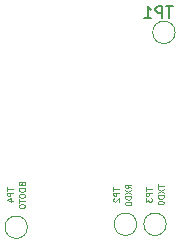
<source format=gbr>
%TF.GenerationSoftware,KiCad,Pcbnew,(6.0.0-0)*%
%TF.CreationDate,2022-12-18T13:40:03+01:00*%
%TF.ProjectId,ProtoBoardSE,50726f74-6f42-46f6-9172-6453452e6b69,rev?*%
%TF.SameCoordinates,Original*%
%TF.FileFunction,Legend,Bot*%
%TF.FilePolarity,Positive*%
%FSLAX46Y46*%
G04 Gerber Fmt 4.6, Leading zero omitted, Abs format (unit mm)*
G04 Created by KiCad (PCBNEW (6.0.0-0)) date 2022-12-18 13:40:03*
%MOMM*%
%LPD*%
G01*
G04 APERTURE LIST*
%ADD10C,0.100000*%
%ADD11C,0.150000*%
%ADD12C,0.120000*%
G04 APERTURE END LIST*
D10*
X185714285Y-57083333D02*
X185738095Y-57154761D01*
X185761904Y-57178571D01*
X185809523Y-57202380D01*
X185880952Y-57202380D01*
X185928571Y-57178571D01*
X185952380Y-57154761D01*
X185976190Y-57107142D01*
X185976190Y-56916666D01*
X185476190Y-56916666D01*
X185476190Y-57083333D01*
X185500000Y-57130952D01*
X185523809Y-57154761D01*
X185571428Y-57178571D01*
X185619047Y-57178571D01*
X185666666Y-57154761D01*
X185690476Y-57130952D01*
X185714285Y-57083333D01*
X185714285Y-56916666D01*
X185476190Y-57511904D02*
X185476190Y-57607142D01*
X185500000Y-57654761D01*
X185547619Y-57702380D01*
X185642857Y-57726190D01*
X185809523Y-57726190D01*
X185904761Y-57702380D01*
X185952380Y-57654761D01*
X185976190Y-57607142D01*
X185976190Y-57511904D01*
X185952380Y-57464285D01*
X185904761Y-57416666D01*
X185809523Y-57392857D01*
X185642857Y-57392857D01*
X185547619Y-57416666D01*
X185500000Y-57464285D01*
X185476190Y-57511904D01*
X185476190Y-58035714D02*
X185476190Y-58130952D01*
X185500000Y-58178571D01*
X185547619Y-58226190D01*
X185642857Y-58250000D01*
X185809523Y-58250000D01*
X185904761Y-58226190D01*
X185952380Y-58178571D01*
X185976190Y-58130952D01*
X185976190Y-58035714D01*
X185952380Y-57988095D01*
X185904761Y-57940476D01*
X185809523Y-57916666D01*
X185642857Y-57916666D01*
X185547619Y-57940476D01*
X185500000Y-57988095D01*
X185476190Y-58035714D01*
X185476190Y-58392857D02*
X185476190Y-58678571D01*
X185976190Y-58535714D02*
X185476190Y-58535714D01*
X185476190Y-58940476D02*
X185476190Y-58988095D01*
X185500000Y-59035714D01*
X185523809Y-59059523D01*
X185571428Y-59083333D01*
X185666666Y-59107142D01*
X185785714Y-59107142D01*
X185880952Y-59083333D01*
X185928571Y-59059523D01*
X185952380Y-59035714D01*
X185976190Y-58988095D01*
X185976190Y-58940476D01*
X185952380Y-58892857D01*
X185928571Y-58869047D01*
X185880952Y-58845238D01*
X185785714Y-58821428D01*
X185666666Y-58821428D01*
X185571428Y-58845238D01*
X185523809Y-58869047D01*
X185500000Y-58892857D01*
X185476190Y-58940476D01*
X197226190Y-57130952D02*
X197226190Y-57416666D01*
X197726190Y-57273809D02*
X197226190Y-57273809D01*
X197226190Y-57535714D02*
X197726190Y-57869047D01*
X197226190Y-57869047D02*
X197726190Y-57535714D01*
X197726190Y-58059523D02*
X197226190Y-58059523D01*
X197226190Y-58178571D01*
X197250000Y-58250000D01*
X197297619Y-58297619D01*
X197345238Y-58321428D01*
X197440476Y-58345238D01*
X197511904Y-58345238D01*
X197607142Y-58321428D01*
X197654761Y-58297619D01*
X197702380Y-58250000D01*
X197726190Y-58178571D01*
X197726190Y-58059523D01*
X197226190Y-58654761D02*
X197226190Y-58702380D01*
X197250000Y-58750000D01*
X197273809Y-58773809D01*
X197321428Y-58797619D01*
X197416666Y-58821428D01*
X197535714Y-58821428D01*
X197630952Y-58797619D01*
X197678571Y-58773809D01*
X197702380Y-58750000D01*
X197726190Y-58702380D01*
X197726190Y-58654761D01*
X197702380Y-58607142D01*
X197678571Y-58583333D01*
X197630952Y-58559523D01*
X197535714Y-58535714D01*
X197416666Y-58535714D01*
X197321428Y-58559523D01*
X197273809Y-58583333D01*
X197250000Y-58607142D01*
X197226190Y-58654761D01*
X194976190Y-57428571D02*
X194738095Y-57261904D01*
X194976190Y-57142857D02*
X194476190Y-57142857D01*
X194476190Y-57333333D01*
X194500000Y-57380952D01*
X194523809Y-57404761D01*
X194571428Y-57428571D01*
X194642857Y-57428571D01*
X194690476Y-57404761D01*
X194714285Y-57380952D01*
X194738095Y-57333333D01*
X194738095Y-57142857D01*
X194476190Y-57595238D02*
X194976190Y-57928571D01*
X194476190Y-57928571D02*
X194976190Y-57595238D01*
X194976190Y-58119047D02*
X194476190Y-58119047D01*
X194476190Y-58238095D01*
X194500000Y-58309523D01*
X194547619Y-58357142D01*
X194595238Y-58380952D01*
X194690476Y-58404761D01*
X194761904Y-58404761D01*
X194857142Y-58380952D01*
X194904761Y-58357142D01*
X194952380Y-58309523D01*
X194976190Y-58238095D01*
X194976190Y-58119047D01*
X194476190Y-58714285D02*
X194476190Y-58761904D01*
X194500000Y-58809523D01*
X194523809Y-58833333D01*
X194571428Y-58857142D01*
X194666666Y-58880952D01*
X194785714Y-58880952D01*
X194880952Y-58857142D01*
X194928571Y-58833333D01*
X194952380Y-58809523D01*
X194976190Y-58761904D01*
X194976190Y-58714285D01*
X194952380Y-58666666D01*
X194928571Y-58642857D01*
X194880952Y-58619047D01*
X194785714Y-58595238D01*
X194666666Y-58595238D01*
X194571428Y-58619047D01*
X194523809Y-58642857D01*
X194500000Y-58666666D01*
X194476190Y-58714285D01*
D11*
%TO.C,TP1*%
X198511904Y-42054380D02*
X197940476Y-42054380D01*
X198226190Y-43054380D02*
X198226190Y-42054380D01*
X197607142Y-43054380D02*
X197607142Y-42054380D01*
X197226190Y-42054380D01*
X197130952Y-42102000D01*
X197083333Y-42149619D01*
X197035714Y-42244857D01*
X197035714Y-42387714D01*
X197083333Y-42482952D01*
X197130952Y-42530571D01*
X197226190Y-42578190D01*
X197607142Y-42578190D01*
X196083333Y-43054380D02*
X196654761Y-43054380D01*
X196369047Y-43054380D02*
X196369047Y-42054380D01*
X196464285Y-42197238D01*
X196559523Y-42292476D01*
X196654761Y-42340095D01*
D10*
%TO.C,TP4*%
X184476190Y-57369047D02*
X184476190Y-57654761D01*
X184976190Y-57511904D02*
X184476190Y-57511904D01*
X184976190Y-57821428D02*
X184476190Y-57821428D01*
X184476190Y-58011904D01*
X184500000Y-58059523D01*
X184523809Y-58083333D01*
X184571428Y-58107142D01*
X184642857Y-58107142D01*
X184690476Y-58083333D01*
X184714285Y-58059523D01*
X184738095Y-58011904D01*
X184738095Y-57821428D01*
X184642857Y-58535714D02*
X184976190Y-58535714D01*
X184452380Y-58416666D02*
X184809523Y-58297619D01*
X184809523Y-58607142D01*
%TO.C,TP3*%
X196226190Y-57369047D02*
X196226190Y-57654761D01*
X196726190Y-57511904D02*
X196226190Y-57511904D01*
X196726190Y-57821428D02*
X196226190Y-57821428D01*
X196226190Y-58011904D01*
X196250000Y-58059523D01*
X196273809Y-58083333D01*
X196321428Y-58107142D01*
X196392857Y-58107142D01*
X196440476Y-58083333D01*
X196464285Y-58059523D01*
X196488095Y-58011904D01*
X196488095Y-57821428D01*
X196226190Y-58273809D02*
X196226190Y-58583333D01*
X196416666Y-58416666D01*
X196416666Y-58488095D01*
X196440476Y-58535714D01*
X196464285Y-58559523D01*
X196511904Y-58583333D01*
X196630952Y-58583333D01*
X196678571Y-58559523D01*
X196702380Y-58535714D01*
X196726190Y-58488095D01*
X196726190Y-58345238D01*
X196702380Y-58297619D01*
X196678571Y-58273809D01*
%TO.C,TP2*%
X193476190Y-57369047D02*
X193476190Y-57654761D01*
X193976190Y-57511904D02*
X193476190Y-57511904D01*
X193976190Y-57821428D02*
X193476190Y-57821428D01*
X193476190Y-58011904D01*
X193500000Y-58059523D01*
X193523809Y-58083333D01*
X193571428Y-58107142D01*
X193642857Y-58107142D01*
X193690476Y-58083333D01*
X193714285Y-58059523D01*
X193738095Y-58011904D01*
X193738095Y-57821428D01*
X193523809Y-58297619D02*
X193500000Y-58321428D01*
X193476190Y-58369047D01*
X193476190Y-58488095D01*
X193500000Y-58535714D01*
X193523809Y-58559523D01*
X193571428Y-58583333D01*
X193619047Y-58583333D01*
X193690476Y-58559523D01*
X193976190Y-58273809D01*
X193976190Y-58583333D01*
D12*
%TO.C,TP1*%
X198700000Y-44250000D02*
G75*
G03*
X198700000Y-44250000I-950000J0D01*
G01*
%TO.C,TP4*%
X186200000Y-60750000D02*
G75*
G03*
X186200000Y-60750000I-950000J0D01*
G01*
%TO.C,TP3*%
X197950000Y-60500000D02*
G75*
G03*
X197950000Y-60500000I-950000J0D01*
G01*
%TO.C,TP2*%
X195450000Y-60500000D02*
G75*
G03*
X195450000Y-60500000I-950000J0D01*
G01*
%TD*%
M02*

</source>
